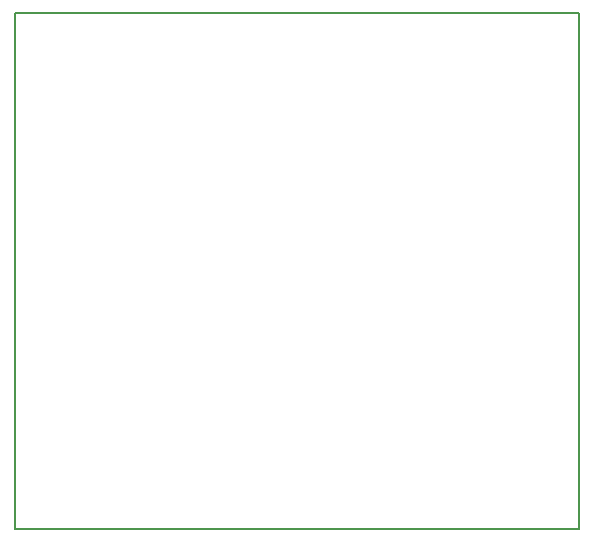
<source format=gm1>
G04 #@! TF.FileFunction,Profile,NP*
%FSLAX46Y46*%
G04 Gerber Fmt 4.6, Leading zero omitted, Abs format (unit mm)*
G04 Created by KiCad (PCBNEW 4.0.6) date 12/03/17 01:19:17*
%MOMM*%
%LPD*%
G01*
G04 APERTURE LIST*
%ADD10C,0.100000*%
%ADD11C,0.150000*%
G04 APERTURE END LIST*
D10*
D11*
X204978000Y-57912000D02*
X204470000Y-57912000D01*
X204978000Y-101600000D02*
X204978000Y-57912000D01*
X204470000Y-101600000D02*
X204978000Y-101600000D01*
X157226000Y-101600000D02*
X157226000Y-60960000D01*
X204470000Y-101600000D02*
X157226000Y-101600000D01*
X157226000Y-57912000D02*
X202692000Y-57912000D01*
X157226000Y-61214000D02*
X157226000Y-57912000D01*
X202438000Y-57912000D02*
X204470000Y-57912000D01*
M02*

</source>
